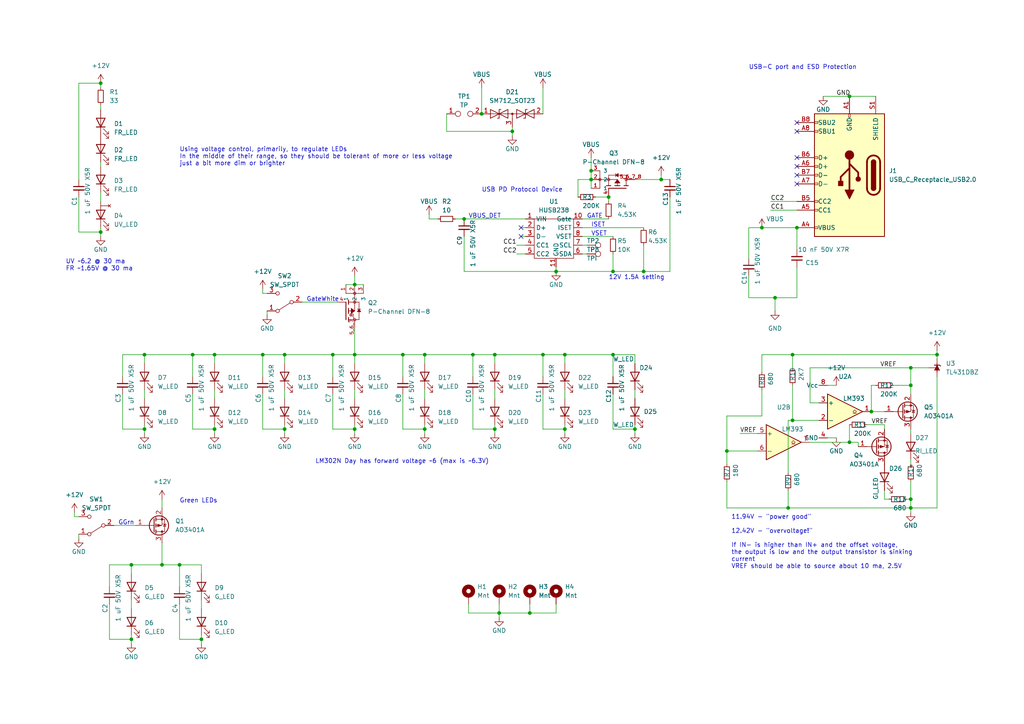
<source format=kicad_sch>
(kicad_sch (version 20230121) (generator eeschema)
  (paper "A4")
  (junction (at 224.79 86.36))
  (junction (at 102.87 102.87))
  (junction (at 96.52 102.87))
  (junction (at 143.51 102.87))
  (junction (at 210.82 130.81))
  (junction (at 153.67 177.8))
  (junction (at 163.83 102.87))
  (junction (at 62.23 124.46))
  (junction (at 186.69 78.74))
  (junction (at 82.55 102.87))
  (junction (at 76.2 102.87))
  (junction (at 123.19 102.87))
  (junction (at 46.99 163.83))
  (junction (at 62.23 102.87))
  (junction (at 137.16 102.87))
  (junction (at 220.98 66.04))
  (junction (at 157.48 102.87))
  (junction (at 52.07 163.83))
  (junction (at 252.73 119.38))
  (junction (at 102.87 82.55))
  (junction (at 134.62 63.5))
  (junction (at 176.53 57.15))
  (junction (at 228.6 147.32))
  (junction (at 191.77 52.07))
  (junction (at 264.16 106.68))
  (junction (at 264.16 111.76))
  (junction (at 82.55 124.46))
  (junction (at 58.42 185.42))
  (junction (at 229.87 121.92))
  (junction (at 29.21 24.13))
  (junction (at 163.83 124.46))
  (junction (at 116.84 102.87))
  (junction (at 38.1 163.83))
  (junction (at 148.59 38.1))
  (junction (at 123.19 124.46))
  (junction (at 55.88 102.87))
  (junction (at 229.87 102.87))
  (junction (at 102.87 124.46))
  (junction (at 161.29 78.74))
  (junction (at 171.45 49.53))
  (junction (at 144.78 177.8))
  (junction (at 177.8 78.74))
  (junction (at 41.91 102.87))
  (junction (at 231.14 66.04))
  (junction (at 264.16 147.32))
  (junction (at 41.91 124.46))
  (junction (at 143.51 124.46))
  (junction (at 139.7 33.02))
  (junction (at 264.16 144.78))
  (junction (at 246.38 27.94))
  (junction (at 29.21 67.31))
  (junction (at 38.1 185.42))
  (junction (at 184.15 124.46))
  (junction (at 177.8 102.87))
  (junction (at 271.78 102.87))
  (junction (at 246.38 128.27))
  (junction (at 171.45 52.07))
  (no_connect (at 151.13 68.58))
  (no_connect (at 231.14 45.72))
  (no_connect (at 151.13 66.04))
  (no_connect (at 231.14 53.34))
  (no_connect (at 231.14 35.56))
  (no_connect (at 231.14 50.8))
  (no_connect (at 231.14 38.1))
  (no_connect (at 231.14 48.26))
  (wire (pts (xy 124.46 62.23) (xy 124.46 63.5)))
  (wire (pts (xy 172.72 57.15) (xy 176.53 57.15)))
  (wire (pts (xy 135.89 175.26) (xy 135.89 177.8)))
  (wire (pts (xy 264.16 106.68) (xy 264.16 111.76)))
  (wire (pts (xy 228.6 137.16) (xy 228.6 121.92)))
  (wire (pts (xy 231.14 77.47) (xy 231.14 86.36)))
  (wire (pts (xy 229.87 111.76) (xy 229.87 121.92)))
  (wire (pts (xy 123.19 124.46) (xy 123.19 125.73)))
  (wire (pts (xy 210.82 147.32) (xy 228.6 147.32)))
  (wire (pts (xy 157.48 114.3) (xy 157.48 124.46)))
  (wire (pts (xy 220.98 66.04) (xy 231.14 66.04)))
  (wire (pts (xy 238.76 27.94) (xy 246.38 27.94)))
  (wire (pts (xy 143.51 113.03) (xy 143.51 115.57)))
  (wire (pts (xy 132.08 63.5) (xy 134.62 63.5)))
  (wire (pts (xy 264.16 144.78) (xy 264.16 147.32)))
  (wire (pts (xy 55.88 102.87) (xy 62.23 102.87)))
  (wire (pts (xy 231.14 66.04) (xy 231.14 72.39)))
  (wire (pts (xy 177.8 102.87) (xy 184.15 102.87)))
  (wire (pts (xy 116.84 102.87) (xy 123.19 102.87)))
  (wire (pts (xy 35.56 124.46) (xy 41.91 124.46)))
  (wire (pts (xy 176.53 57.15) (xy 176.53 58.42)))
  (wire (pts (xy 153.67 177.8) (xy 161.29 177.8)))
  (wire (pts (xy 163.83 113.03) (xy 163.83 115.57)))
  (wire (pts (xy 217.17 66.04) (xy 220.98 66.04)))
  (wire (pts (xy 177.8 124.46) (xy 184.15 124.46)))
  (wire (pts (xy 82.55 102.87) (xy 82.55 105.41)))
  (wire (pts (xy 29.21 66.04) (xy 29.21 67.31)))
  (wire (pts (xy 256.54 142.24) (xy 256.54 144.78)))
  (wire (pts (xy 46.99 144.78) (xy 46.99 147.32)))
  (wire (pts (xy 102.87 113.03) (xy 102.87 115.57)))
  (wire (pts (xy 264.16 111.76) (xy 264.16 114.3)))
  (wire (pts (xy 161.29 175.26) (xy 161.29 177.8)))
  (wire (pts (xy 55.88 124.46) (xy 62.23 124.46)))
  (wire (pts (xy 41.91 102.87) (xy 41.91 105.41)))
  (wire (pts (xy 21.59 148.59) (xy 21.59 149.86)))
  (wire (pts (xy 46.99 163.83) (xy 52.07 163.83)))
  (wire (pts (xy 144.78 175.26) (xy 144.78 177.8)))
  (wire (pts (xy 29.21 46.99) (xy 29.21 48.26)))
  (wire (pts (xy 177.8 109.22) (xy 177.8 102.87)))
  (wire (pts (xy 22.86 24.13) (xy 29.21 24.13)))
  (wire (pts (xy 137.16 109.22) (xy 137.16 102.87)))
  (wire (pts (xy 62.23 102.87) (xy 62.23 105.41)))
  (wire (pts (xy 38.1 173.99) (xy 38.1 176.53)))
  (wire (pts (xy 62.23 123.19) (xy 62.23 124.46)))
  (wire (pts (xy 153.67 175.26) (xy 153.67 177.8)))
  (wire (pts (xy 191.77 52.07) (xy 194.31 52.07)))
  (wire (pts (xy 210.82 120.65) (xy 210.82 130.81)))
  (wire (pts (xy 123.19 113.03) (xy 123.19 115.57)))
  (wire (pts (xy 167.64 52.07) (xy 171.45 52.07)))
  (wire (pts (xy 123.19 123.19) (xy 123.19 124.46)))
  (wire (pts (xy 229.87 102.87) (xy 271.78 102.87)))
  (wire (pts (xy 41.91 102.87) (xy 55.88 102.87)))
  (wire (pts (xy 151.13 68.58) (xy 152.4 68.58)))
  (wire (pts (xy 123.19 102.87) (xy 137.16 102.87)))
  (wire (pts (xy 157.48 124.46) (xy 163.83 124.46)))
  (wire (pts (xy 116.84 114.3) (xy 116.84 124.46)))
  (wire (pts (xy 96.52 124.46) (xy 102.87 124.46)))
  (wire (pts (xy 240.03 127) (xy 242.57 127)))
  (wire (pts (xy 62.23 124.46) (xy 62.23 125.73)))
  (wire (pts (xy 168.91 68.58) (xy 177.8 68.58)))
  (wire (pts (xy 229.87 106.68) (xy 229.87 102.87)))
  (wire (pts (xy 210.82 130.81) (xy 210.82 134.62)))
  (wire (pts (xy 31.75 175.26) (xy 31.75 185.42)))
  (wire (pts (xy 184.15 102.87) (xy 184.15 105.41)))
  (wire (pts (xy 100.33 82.55) (xy 102.87 82.55)))
  (wire (pts (xy 220.98 107.95) (xy 220.98 102.87)))
  (wire (pts (xy 31.75 170.18) (xy 31.75 163.83)))
  (wire (pts (xy 251.46 123.19) (xy 256.54 123.19)))
  (wire (pts (xy 262.89 144.78) (xy 264.16 144.78)))
  (wire (pts (xy 77.47 90.17) (xy 77.47 91.44)))
  (wire (pts (xy 234.95 128.27) (xy 246.38 128.27)))
  (wire (pts (xy 223.52 58.42) (xy 231.14 58.42)))
  (wire (pts (xy 228.6 121.92) (xy 229.87 121.92)))
  (wire (pts (xy 240.03 111.76) (xy 242.57 111.76)))
  (wire (pts (xy 124.46 63.5) (xy 127 63.5)))
  (wire (pts (xy 184.15 113.03) (xy 184.15 115.57)))
  (wire (pts (xy 139.7 25.4) (xy 139.7 33.02)))
  (wire (pts (xy 76.2 83.82) (xy 76.2 85.09)))
  (wire (pts (xy 220.98 120.65) (xy 210.82 120.65)))
  (wire (pts (xy 264.16 147.32) (xy 264.16 148.59)))
  (wire (pts (xy 223.52 60.96) (xy 231.14 60.96)))
  (wire (pts (xy 52.07 175.26) (xy 52.07 185.42)))
  (wire (pts (xy 194.31 57.15) (xy 194.31 78.74)))
  (wire (pts (xy 234.95 106.68) (xy 264.16 106.68)))
  (wire (pts (xy 29.21 24.13) (xy 29.21 25.4)))
  (wire (pts (xy 31.75 185.42) (xy 38.1 185.42)))
  (wire (pts (xy 220.98 113.03) (xy 220.98 120.65)))
  (wire (pts (xy 149.86 71.12) (xy 152.4 71.12)))
  (wire (pts (xy 163.83 102.87) (xy 163.83 105.41)))
  (wire (pts (xy 177.8 73.66) (xy 177.8 78.74)))
  (wire (pts (xy 234.95 116.84) (xy 234.95 106.68)))
  (wire (pts (xy 271.78 101.6) (xy 271.78 102.87)))
  (wire (pts (xy 149.86 73.66) (xy 152.4 73.66)))
  (wire (pts (xy 35.56 109.22) (xy 35.56 102.87)))
  (wire (pts (xy 55.88 109.22) (xy 55.88 102.87)))
  (wire (pts (xy 137.16 124.46) (xy 143.51 124.46)))
  (wire (pts (xy 184.15 52.07) (xy 191.77 52.07)))
  (wire (pts (xy 129.54 33.02) (xy 129.54 38.1)))
  (wire (pts (xy 38.1 184.15) (xy 38.1 185.42)))
  (wire (pts (xy 52.07 185.42) (xy 58.42 185.42)))
  (wire (pts (xy 96.52 114.3) (xy 96.52 124.46)))
  (wire (pts (xy 220.98 102.87) (xy 229.87 102.87)))
  (wire (pts (xy 46.99 157.48) (xy 46.99 163.83)))
  (wire (pts (xy 171.45 49.53) (xy 171.45 52.07)))
  (wire (pts (xy 214.63 125.73) (xy 219.71 125.73)))
  (wire (pts (xy 228.6 147.32) (xy 264.16 147.32)))
  (wire (pts (xy 224.79 86.36) (xy 224.79 90.17)))
  (wire (pts (xy 259.08 111.76) (xy 264.16 111.76)))
  (wire (pts (xy 246.38 128.27) (xy 248.92 128.27)))
  (wire (pts (xy 194.31 78.74) (xy 186.69 78.74)))
  (wire (pts (xy 62.23 113.03) (xy 62.23 115.57)))
  (wire (pts (xy 38.1 163.83) (xy 38.1 166.37)))
  (wire (pts (xy 163.83 123.19) (xy 163.83 124.46)))
  (wire (pts (xy 102.87 95.25) (xy 102.87 102.87)))
  (wire (pts (xy 269.24 106.68) (xy 264.16 106.68)))
  (wire (pts (xy 82.55 123.19) (xy 82.55 124.46)))
  (wire (pts (xy 168.91 66.04) (xy 186.69 66.04)))
  (wire (pts (xy 22.86 57.15) (xy 22.86 67.31)))
  (wire (pts (xy 163.83 102.87) (xy 177.8 102.87)))
  (wire (pts (xy 157.48 109.22) (xy 157.48 102.87)))
  (wire (pts (xy 246.38 123.19) (xy 246.38 128.27)))
  (wire (pts (xy 161.29 77.47) (xy 161.29 78.74)))
  (wire (pts (xy 22.86 154.94) (xy 22.86 156.21)))
  (wire (pts (xy 76.2 109.22) (xy 76.2 102.87)))
  (wire (pts (xy 116.84 124.46) (xy 123.19 124.46)))
  (wire (pts (xy 29.21 67.31) (xy 29.21 68.58)))
  (wire (pts (xy 58.42 173.99) (xy 58.42 176.53)))
  (wire (pts (xy 228.6 142.24) (xy 228.6 147.32)))
  (wire (pts (xy 129.54 38.1) (xy 148.59 38.1)))
  (wire (pts (xy 168.91 63.5) (xy 176.53 63.5)))
  (wire (pts (xy 137.16 102.87) (xy 143.51 102.87)))
  (wire (pts (xy 264.16 133.35) (xy 264.16 134.62)))
  (wire (pts (xy 31.75 163.83) (xy 38.1 163.83)))
  (wire (pts (xy 143.51 124.46) (xy 143.51 125.73)))
  (wire (pts (xy 252.73 119.38) (xy 256.54 119.38)))
  (wire (pts (xy 210.82 139.7) (xy 210.82 147.32)))
  (wire (pts (xy 102.87 124.46) (xy 102.87 125.73)))
  (wire (pts (xy 171.45 45.72) (xy 171.45 49.53)))
  (wire (pts (xy 22.86 24.13) (xy 22.86 52.07)))
  (wire (pts (xy 96.52 109.22) (xy 96.52 102.87)))
  (wire (pts (xy 38.1 185.42) (xy 38.1 186.69)))
  (wire (pts (xy 148.59 36.83) (xy 148.59 38.1)))
  (wire (pts (xy 134.62 68.58) (xy 134.62 78.74)))
  (wire (pts (xy 254 111.76) (xy 252.73 111.76)))
  (wire (pts (xy 22.86 67.31) (xy 29.21 67.31)))
  (wire (pts (xy 87.63 87.63) (xy 97.79 87.63)))
  (wire (pts (xy 157.48 102.87) (xy 163.83 102.87)))
  (wire (pts (xy 134.62 63.5) (xy 152.4 63.5)))
  (wire (pts (xy 58.42 163.83) (xy 58.42 166.37)))
  (wire (pts (xy 177.8 78.74) (xy 186.69 78.74)))
  (wire (pts (xy 96.52 102.87) (xy 102.87 102.87)))
  (wire (pts (xy 41.91 113.03) (xy 41.91 115.57)))
  (wire (pts (xy 52.07 163.83) (xy 58.42 163.83)))
  (wire (pts (xy 76.2 114.3) (xy 76.2 124.46)))
  (wire (pts (xy 102.87 80.01) (xy 102.87 82.55)))
  (wire (pts (xy 52.07 170.18) (xy 52.07 163.83)))
  (wire (pts (xy 246.38 27.94) (xy 254 27.94)))
  (wire (pts (xy 271.78 147.32) (xy 264.16 147.32)))
  (wire (pts (xy 134.62 78.74) (xy 161.29 78.74)))
  (wire (pts (xy 82.55 124.46) (xy 82.55 125.73)))
  (wire (pts (xy 144.78 177.8) (xy 153.67 177.8)))
  (wire (pts (xy 58.42 184.15) (xy 58.42 185.42)))
  (wire (pts (xy 41.91 123.19) (xy 41.91 124.46)))
  (wire (pts (xy 102.87 102.87) (xy 116.84 102.87)))
  (wire (pts (xy 237.49 116.84) (xy 234.95 116.84)))
  (wire (pts (xy 102.87 123.19) (xy 102.87 124.46)))
  (wire (pts (xy 135.89 177.8) (xy 144.78 177.8)))
  (wire (pts (xy 21.59 149.86) (xy 22.86 149.86)))
  (wire (pts (xy 116.84 109.22) (xy 116.84 102.87)))
  (wire (pts (xy 76.2 102.87) (xy 82.55 102.87)))
  (wire (pts (xy 186.69 71.12) (xy 186.69 78.74)))
  (wire (pts (xy 217.17 86.36) (xy 224.79 86.36)))
  (wire (pts (xy 38.1 163.83) (xy 46.99 163.83)))
  (wire (pts (xy 29.21 55.88) (xy 29.21 58.42)))
  (wire (pts (xy 102.87 102.87) (xy 102.87 105.41)))
  (wire (pts (xy 184.15 123.19) (xy 184.15 124.46)))
  (wire (pts (xy 82.55 102.87) (xy 96.52 102.87)))
  (wire (pts (xy 163.83 124.46) (xy 163.83 125.73)))
  (wire (pts (xy 177.8 114.3) (xy 177.8 124.46)))
  (wire (pts (xy 229.87 121.92) (xy 237.49 121.92)))
  (wire (pts (xy 217.17 80.01) (xy 217.17 86.36)))
  (wire (pts (xy 76.2 85.09) (xy 77.47 85.09)))
  (wire (pts (xy 35.56 114.3) (xy 35.56 124.46)))
  (wire (pts (xy 123.19 102.87) (xy 123.19 105.41)))
  (wire (pts (xy 168.91 73.66) (xy 170.18 73.66)))
  (wire (pts (xy 184.15 124.46) (xy 184.15 125.73)))
  (wire (pts (xy 256.54 144.78) (xy 257.81 144.78)))
  (wire (pts (xy 171.45 52.07) (xy 171.45 54.61)))
  (wire (pts (xy 148.59 38.1) (xy 148.59 39.37)))
  (wire (pts (xy 151.13 66.04) (xy 152.4 66.04)))
  (wire (pts (xy 41.91 124.46) (xy 41.91 125.73)))
  (wire (pts (xy 82.55 113.03) (xy 82.55 115.57)))
  (wire (pts (xy 210.82 130.81) (xy 219.71 130.81)))
  (wire (pts (xy 271.78 109.22) (xy 271.78 147.32)))
  (wire (pts (xy 168.91 71.12) (xy 170.18 71.12)))
  (wire (pts (xy 76.2 124.46) (xy 82.55 124.46)))
  (wire (pts (xy 161.29 78.74) (xy 177.8 78.74)))
  (wire (pts (xy 167.64 57.15) (xy 167.64 52.07)))
  (wire (pts (xy 191.77 52.07) (xy 191.77 50.8)))
  (wire (pts (xy 143.51 123.19) (xy 143.51 124.46)))
  (wire (pts (xy 29.21 30.48) (xy 29.21 31.75)))
  (wire (pts (xy 144.78 177.8) (xy 144.78 179.07)))
  (wire (pts (xy 224.79 86.36) (xy 231.14 86.36)))
  (wire (pts (xy 264.16 124.46) (xy 264.16 125.73)))
  (wire (pts (xy 137.16 114.3) (xy 137.16 124.46)))
  (wire (pts (xy 271.78 102.87) (xy 271.78 104.14)))
  (wire (pts (xy 248.92 128.27) (xy 248.92 129.54)))
  (wire (pts (xy 35.56 102.87) (xy 41.91 102.87)))
  (wire (pts (xy 157.48 25.4) (xy 157.48 33.02)))
  (wire (pts (xy 256.54 123.19) (xy 256.54 124.46)))
  (wire (pts (xy 55.88 114.3) (xy 55.88 124.46)))
  (wire (pts (xy 143.51 102.87) (xy 143.51 105.41)))
  (wire (pts (xy 252.73 111.76) (xy 252.73 119.38)))
  (wire (pts (xy 217.17 74.93) (xy 217.17 66.04)))
  (wire (pts (xy 102.87 82.55) (xy 105.41 82.55)))
  (wire (pts (xy 33.02 152.4) (xy 39.37 152.4)))
  (wire (pts (xy 62.23 102.87) (xy 76.2 102.87)))
  (wire (pts (xy 58.42 185.42) (xy 58.42 186.69)))
  (wire (pts (xy 264.16 139.7) (xy 264.16 144.78)))
  (wire (pts (xy 143.51 102.87) (xy 157.48 102.87)))
  (text "GateWhite" (at 88.9 87.63 0) (effects (font (size 1.27 1.27)) (justify left bottom)))
  (text "UV ~6.2 @ 30 ma\nFR ~1.65V @ 30 ma" (at 19.05 78.74 0) (effects (font (size 1.27 1.27)) (justify left bottom)))
  (text "12V 1.5A setting" (at 176.53 81.28 0) (effects (font (size 1.27 1.27)) (justify left bottom)))
  (text "Using voltage control, primarily, to regulate LEDs\nIn the middle of their range, so they should be tolerant of more or less voltage\njust a bit more dim or brighter" (at 52.07 48.26 0) (effects (font (size 1.27 1.27)) (justify left bottom)))
  (text "11.94V - \"power good\"\n\n12.42V - \"overvoltage!\"\n\nIf IN- is higher than IN+ and the offset voltage,\nthe output is low and the output transistor is sinking\ncurrent\nVREF should be able to source about 10 ma, 2.5V" (at 212.09 165.1 0) (effects (font (size 1.27 1.27)) (justify left bottom)))
  (text "ISET" (at 171.45 66.04 0) (effects (font (size 1.27 1.27)) (justify left bottom)))
  (text "USB PD Protocol Device" (at 139.7 55.88 0) (effects (font (size 1.27 1.27)) (justify left bottom)))
  (text "Green LEDs" (at 52.07 146.05 0) (effects (font (size 1.27 1.27)) (justify left bottom)))
  (text "USB-C port and ESD Protection" (at 217.17 20.32 0) (effects (font (size 1.27 1.27)) (justify left bottom)))
  (text "GGrn" (at 34.29 152.4 0) (effects (font (size 1.27 1.27)) (justify left bottom)))
  (text "VBUS_DET" (at 135.89 63.5 0) (effects (font (size 1.27 1.27)) (justify left bottom)))
  (text "LM302N Day has forward voltage ~6 (max is ~6.3V)" (at 91.44 134.62 0) (effects (font (size 1.27 1.27)) (justify left bottom)))
  (text "VSET" (at 171.45 68.58 0) (effects (font (size 1.27 1.27)) (justify left bottom)))
  (text "GATE" (at 170.18 63.5 0) (effects (font (size 1.27 1.27)) (justify left bottom)))
  (label "VREF" (at 255.27 106.68 0))
  (label "CC2" (at 149.86 73.66 180))
  (label "CC1" (at 223.52 60.96 0))
  (label "VREF" (at 214.63 125.73 0))
  (label "CC2" (at 223.52 58.42 0))
  (label "CC1" (at 149.86 71.12 180))
  (label "GND" (at 242.57 27.94 0))
  (label "VREF" (at 252.73 123.19 0))
  (symbol (lib_id "power:GND") (at 102.87 125.73 0) (unit 1)
    (property "Reference" "#PWR014" (effects hide))
    (property "Value" "GND" (at 102.87 129.54 0))
  )
  (symbol (lib_id "power:GND") (at 22.86 156.21 0) (unit 1)
    (property "Reference" "#PWR02" (effects hide))
    (property "Value" "GND" (at 22.86 160.02 0))
  )
  (symbol (lib_id "Device:C_Small") (at 96.52 111.76 0) (unit 1)
    (property "Reference" "C7" (at 95.25 116.84 90) (effects (justify left)))
    (property "Value" "1 uF 50V X5R" (at 99.06 119.38 90) (effects (justify left)))
    (property "Footprint" "Capacitor_SMD:C_0603_1608Metric" (effects hide))
    (property "JCLPCB" "C15849" (effects hide))
    (property "Vendor" "C15849" (effects hide))
  )
  (symbol (lib_id "Reference_Voltage:TL431DBZ") (at 271.78 106.68 90) (unit 1)
    (property "Reference" "U3" (at 274.32 105.41 90) (effects (justify right)))
    (property "Value" "TL431DBZ" (at 274.32 107.95 90) (effects (justify right)))
    (property "Footprint" "Package_TO_SOT_SMD:SOT-23" (effects hide))
    (property "Datasheet" "http://www.ti.com/lit/ds/symlink/tl431.pdf" (effects hide))
    (property "JCLPCB" "C2988644" (effects hide))
    (property "Vendor" "C2988644" (effects hide))
    (property "Description" "check the package has the right anode/cathod/ref layout!" (effects hide))
  )
  (symbol (lib_id "power:+12V") (at 242.57 111.76 0) (unit 1)
    (property "Reference" "#PWR030" (effects hide))
    (property "Value" "+12V" (at 242.57 106.68 0))
  )
  (symbol (lib_id "Device:LED") (at 256.54 138.43 90) (unit 1)
    (property "Reference" "D26" (at 257.81 135.89 90) (effects (justify right)))
    (property "Value" "GI_LED" (at 254 138.43 0) (effects (justify right)))
    (property "Footprint" "LED_SMD:LED_0805_2012Metric_Pad1.15x1.40mm_HandSolder" (effects hide))
    (property "JCLPCB" "C2297" (effects hide))
    (property "Vendor" "C2297" (effects hide))
  )
  (symbol (lib_id "Device:R_Small") (at 29.21 27.94 0) (unit 1)
    (property "Reference" "R1" (at 31.75 26.67 0) (effects (justify left)))
    (property "Value" "33" (at 31.75 29.21 0) (effects (justify left)))
    (property "Footprint" "Resistor_SMD:R_0603_1608Metric_Pad0.98x0.95mm_HandSolder" (effects hide))
    (property "JCLPCB" "C23140" (effects hide))
    (property "Vendor" "C23140" (effects hide))
  )
  (symbol (lib_id "Device:C_Small") (at 31.75 172.72 0) (unit 1)
    (property "Reference" "C2" (at 30.48 177.8 90) (effects (justify left)))
    (property "Value" "1 uF 50V X5R" (at 34.29 180.34 90) (effects (justify left)))
    (property "Footprint" "Capacitor_SMD:C_0603_1608Metric" (effects hide))
    (property "JCLPCB" "C15849" (effects hide))
    (property "Vendor" "C15849" (effects hide))
  )
  (symbol (lib_id "Device:R_Small") (at 229.87 109.22 0) (unit 1)
    (property "Reference" "R10" (at 229.87 110.49 90) (effects (justify left)))
    (property "Value" "2K7" (at 232.41 110.49 90) (effects (justify left)))
    (property "Footprint" "Resistor_SMD:R_0603_1608Metric_Pad0.98x0.95mm_HandSolder" (effects hide))
    (property "JCLPCB" "C13167" (effects hide))
    (property "Vendor" "C13167" (effects hide))
    (property "Description" "+/- 1%" (effects hide))
  )
  (symbol (lib_name "LED_1") (lib_id "Device:LED") (at 29.21 62.23 90) (unit 1)
    (property "Reference" "D4" (at 33.02 62.5474 90) (effects (justify right)))
    (property "Value" "UV_LED" (at 33.02 65.0874 90) (effects (justify right)))
    (property "Footprint" "LED_SMD:LED_Cree-XHP35" (effects hide))
    (property "Description" "QLUV07EYGE" (effects hide))
  )
  (symbol (lib_id "Device:LED") (at 264.16 129.54 90) (unit 1)
    (property "Reference" "D27" (at 265.43 127 90) (effects (justify right)))
    (property "Value" "RI_LED" (at 265.43 130.81 90) (effects (justify right)))
    (property "Footprint" "LED_SMD:LED_0603_1608Metric_Pad1.05x0.95mm_HandSolder" (effects hide))
    (property "JCLPCB" "C2286" (effects hide))
    (property "Vendor" "C2286" (effects hide))
  )
  (symbol (lib_id "power:+12V") (at 46.99 144.78 0) (unit 1)
    (property "Reference" "#PWR07" (effects hide))
    (property "Value" "+12V" (at 46.99 139.7 0))
  )
  (symbol (lib_id "power:GND") (at 184.15 125.73 0) (unit 1)
    (property "Reference" "#PWR025" (effects hide))
    (property "Value" "GND" (at 184.15 129.54 0))
  )
  (symbol (lib_id "power:+12V") (at 76.2 83.82 0) (unit 1)
    (property "Reference" "#PWR010" (effects hide))
    (property "Value" "+12V" (at 76.2 78.74 0))
  )
  (symbol (lib_id "power:GND") (at 238.76 27.94 0) (unit 1)
    (property "Reference" "#PWR029" (effects hide))
    (property "Value" "GND" (at 238.76 31.75 0))
  )
  (symbol (lib_id "Device:R_Small") (at 256.54 111.76 270) (unit 1)
    (property "Reference" "R12" (at 255.27 111.76 90) (effects (justify left)))
    (property "Value" "200K" (at 255.27 114.3 90) (effects (justify left)))
    (property "Footprint" "Resistor_SMD:R_0402_1005Metric_Pad0.72x0.64mm_HandSolder" (effects hide))
    (property "JCLPCB" "C25764" (effects hide))
    (property "Vendor" "C25764" (effects hide))
  )
  (symbol (lib_id "Switch:SW_SPDT") (at 82.55 87.63 180) (unit 1)
    (property "Reference" "SW2" (at 82.55 80.01 0))
    (property "Value" "SW_SPDT" (at 82.55 82.55 0))
    (property "Footprint" "Button_Switch_SMD:SW_SPDT_PCM12" (effects hide))
    (property "Vendor" "C128955" (effects hide))
    (property "JCLPCB" "C128955" (effects hide))
  )
  (symbol (lib_id "Device:C_Small") (at 177.8 111.76 0) (unit 1)
    (property "Reference" "C12" (at 176.53 116.84 90) (effects (justify left)))
    (property "Value" "1 uF 50V X5R" (at 180.34 119.38 90) (effects (justify left)))
    (property "Footprint" "Capacitor_SMD:C_0603_1608Metric" (effects hide))
    (property "JCLPCB" "C15849" (effects hide))
    (property "Vendor" "C15849" (effects hide))
  )
  (symbol (lib_id "Device:C_Small") (at 76.2 111.76 0) (unit 1)
    (property "Reference" "C6" (at 74.93 116.84 90) (effects (justify left)))
    (property "Value" "1 uF 50V X5R" (at 78.74 119.38 90) (effects (justify left)))
    (property "Footprint" "Capacitor_SMD:C_0603_1608Metric" (effects hide))
    (property "JCLPCB" "C15849" (effects hide))
    (property "Vendor" "C15849" (effects hide))
  )
  (symbol (lib_id "power:GND") (at 123.19 125.73 0) (unit 1)
    (property "Reference" "#PWR015" (effects hide))
    (property "Value" "GND" (at 123.19 129.54 0))
  )
  (symbol (lib_name "LM393_1") (lib_id "Comparator:LM393") (at 245.11 119.38 0) (unit 1)
    (property "Reference" "U2" (at 245.11 109.22 0))
    (property "Value" "LM393" (at 247.65 115.57 0))
    (property "Footprint" "Package_SO:SOIC-8_3.9x4.9mm_P1.27mm" (effects hide))
    (property "Datasheet" "http://www.ti.com/lit/ds/symlink/lm393.pdf" (effects hide))
    (property "JCLPCB" "C7955" (effects hide))
    (property "Vendor" "C7955" (effects hide))
  )
  (symbol (lib_id "power:+12V") (at 29.21 24.13 0) (unit 1)
    (property "Reference" "#PWR03" (effects hide))
    (property "Value" "+12V" (at 29.21 19.05 0))
  )
  (symbol (lib_id "power:GND") (at 264.16 148.59 0) (unit 1)
    (property "Reference" "#PWR032" (effects hide))
    (property "Value" "GND" (at 264.16 152.4 0))
  )
  (symbol (lib_id "Device:C_Small") (at 134.62 66.04 0) (unit 1)
    (property "Reference" "C9" (at 133.35 71.12 90) (effects (justify left)))
    (property "Value" "1 uF 50V X5R" (at 137.16 77.47 90) (effects (justify left)))
    (property "Footprint" "Capacitor_SMD:C_0603_1608Metric" (effects hide))
    (property "JCLPCB" "C15849" (effects hide))
    (property "Vendor" "C15849" (effects hide))
  )
  (symbol (lib_id "power:VBUS") (at 220.98 66.04 0) (unit 1)
    (property "Reference" "#PWR027" (effects hide))
    (property "Value" "VBUS" (at 224.79 63.5 0))
  )
  (symbol (lib_id "Connector:USB_C_Receptacle_USB2.0") (at 246.38 50.8 180) (unit 1)
    (property "Reference" "J1" (at 257.81 49.5299 0) (effects (justify right)))
    (property "Value" "USB_C_Receptacle_USB2.0" (at 257.81 52.0699 0) (effects (justify right)))
    (property "Footprint" "Connector_USB:USB_C_Receptacle_HRO_TYPE-C-31-M-12" (effects hide))
    (property "Datasheet" "https://www.usb.org/sites/default/files/documents/usb_type-c.zip" (effects hide))
    (property "JCLPCB" "C165948" (effects hide))
    (property "Vendor" "C165948" (effects hide))
    (property "Description" "16 pin (4 pins doubled as VBUS/GND)" (effects hide))
  )
  (symbol (lib_id "power:GND") (at 62.23 125.73 0) (unit 1)
    (property "Reference" "#PWR09" (effects hide))
    (property "Value" "GND" (at 62.23 129.54 0))
  )
  (symbol (lib_id "Transistor_FET:AO3401A") (at 254 129.54 0) (mirror x) (unit 1)
    (property "Reference" "Q4" (at 247.65 132.08 0) (effects (justify left)))
    (property "Value" "AO3401A" (at 246.38 134.62 0) (effects (justify left)))
    (property "Footprint" "Package_TO_SOT_SMD:SOT-23" (effects hide))
    (property "Datasheet" "http://www.aosmd.com/pdfs/datasheet/AO3401A.pdf" (effects hide))
    (property "JCLPCB" "C15127" (effects hide))
    (property "Vendor" "C15127" (effects hide))
  )
  (symbol (lib_id "power:GND") (at 161.29 78.74 0) (unit 1)
    (property "Reference" "#PWR022" (effects hide))
    (property "Value" "GND" (at 161.29 82.55 0))
  )
  (symbol (lib_id "Mechanical:MountingHole_Pad") (at 161.29 172.72 0) (unit 1)
    (property "Reference" "H4" (at 163.83 170.18 0) (effects (justify left)))
    (property "Value" "Mnt" (at 163.83 172.72 0) (effects (justify left)))
    (property "Footprint" "MountingHole:MountingHole_2.2mm_M2_DIN965_Pad" (effects hide))
  )
  (symbol (lib_id "Device:LED") (at 163.83 119.38 90) (unit 1)
    (property "Reference" "D23" (at 167.64 119.6974 90) (effects (justify right)))
    (property "Value" "W_LED" (at 167.64 122.2374 90) (effects (justify right)))
    (property "Footprint" "PowerIC:LED_SMD3030" (effects hide))
  )
  (symbol (lib_id "Device:LED") (at 41.91 119.38 90) (unit 1)
    (property "Reference" "D8" (at 45.72 119.6974 90) (effects (justify right)))
    (property "Value" "W_LED" (at 45.72 122.2374 90) (effects (justify right)))
    (property "Footprint" "PowerIC:LED_SMD3030" (effects hide))
  )
  (symbol (lib_id "Device:LED") (at 123.19 109.22 90) (unit 1)
    (property "Reference" "D17" (at 127 109.5374 90) (effects (justify right)))
    (property "Value" "W_LED" (at 127 112.0774 90) (effects (justify right)))
    (property "Footprint" "PowerIC:LED_SMD3030" (effects hide))
  )
  (symbol (lib_id "Device:R_Small") (at 129.54 63.5 90) (unit 1)
    (property "Reference" "R2" (at 129.54 58.42 90))
    (property "Value" "10" (at 129.54 60.96 90))
    (property "Footprint" "Resistor_SMD:R_0805_2012Metric_Pad1.20x1.40mm_HandSolder" (effects hide))
    (property "JCLPCB" "C17415" (effects hide))
    (property "Vendor" "C17415" (effects hide))
  )
  (symbol (lib_id "Device:LED") (at 29.21 35.56 90) (unit 1)
    (property "Reference" "D1" (at 33.02 35.8774 90) (effects (justify right)))
    (property "Value" "FR_LED" (at 33.02 38.4174 90) (effects (justify right)))
    (property "Footprint" "LED_SMD:LED_PLCC_2835_Handsoldering" (effects hide))
  )
  (symbol (lib_id "Transistor_FET:AO3401A") (at 261.62 119.38 0) (mirror x) (unit 1)
    (property "Reference" "Q5" (at 267.97 118.11 0) (effects (justify left)))
    (property "Value" "AO3401A" (at 267.97 120.65 0) (effects (justify left)))
    (property "Footprint" "Package_TO_SOT_SMD:SOT-23" (effects hide))
    (property "Datasheet" "http://www.aosmd.com/pdfs/datasheet/AO3401A.pdf" (effects hide))
    (property "JCLPCB" "C15127" (effects hide))
    (property "Vendor" "C15127" (effects hide))
  )
  (symbol (lib_id "Transistor_FET:AO3401A") (at 44.45 152.4 0) (mirror x) (unit 1)
    (property "Reference" "Q1" (at 50.8 151.13 0) (effects (justify left)))
    (property "Value" "AO3401A" (at 50.8 153.67 0) (effects (justify left)))
    (property "Footprint" "Package_TO_SOT_SMD:SOT-23" (effects hide))
    (property "Datasheet" "http://www.aosmd.com/pdfs/datasheet/AO3401A.pdf" (effects hide))
    (property "JCLPCB" "C15127" (effects hide))
    (property "Vendor" "C15127" (effects hide))
  )
  (symbol (lib_id "power:GND") (at 163.83 125.73 0) (unit 1)
    (property "Reference" "#PWR023" (effects hide))
    (property "Value" "GND" (at 163.83 129.54 0))
  )
  (symbol (lib_id "Device:R_Small") (at 177.8 71.12 0) (unit 1)
    (property "Reference" "R5" (at 179.07 69.85 0) (effects (justify left)))
    (property "Value" "10K" (at 179.07 72.39 0) (effects (justify left)))
    (property "Footprint" "Resistor_SMD:R_0603_1608Metric_Pad0.98x0.95mm_HandSolder" (effects hide))
    (property "JCLPCB" "C25804" (effects hide))
    (property "Vendor" "C25804" (effects hide))
  )
  (symbol (lib_id "AONR21307:AONR21307") (at 179.07 54.61 90) (unit 1)
    (property "Reference" "Q3" (at 178.0014 44.45 90))
    (property "Value" "P-Channel DFN-8" (at 178.0014 46.99 90))
    (property "Footprint" "PowerIC:TRANS_AONR21307" (effects hide))
    (property "Description" "\nP-Channel 30 V 24A (Tc) 5W (Ta), 28W (Tc) Surface Mount 8-DFN-EP (3x3)\n" (effects hide))
    (property "JCLPCB" "C541711" (effects hide))
    (property "Vendor" "C541711" (effects hide))
  )
  (symbol (lib_id "Device:C_Small") (at 116.84 111.76 0) (unit 1)
    (property "Reference" "C8" (at 115.57 116.84 90) (effects (justify left)))
    (property "Value" "1 uF 50V X5R" (at 119.38 119.38 90) (effects (justify left)))
    (property "Footprint" "Capacitor_SMD:C_0603_1608Metric" (effects hide))
    (property "JCLPCB" "C15849" (effects hide))
    (property "Vendor" "C15849" (effects hide))
  )
  (symbol (lib_id "Mechanical:MountingHole_Pad") (at 153.67 172.72 0) (unit 1)
    (property "Reference" "H3" (at 156.21 170.18 0) (effects (justify left)))
    (property "Value" "Mnt" (at 156.21 172.72 0) (effects (justify left)))
    (property "Footprint" "MountingHole:MountingHole_2.2mm_M2_DIN965_Pad" (effects hide))
  )
  (symbol (lib_id "Device:LED") (at 62.23 109.22 90) (unit 1)
    (property "Reference" "D11" (at 66.04 109.5374 90) (effects (justify right)))
    (property "Value" "W_LED" (at 66.04 112.0774 90) (effects (justify right)))
    (property "Footprint" "PowerIC:LED_SMD3030" (effects hide))
  )
  (symbol (lib_id "power:GND") (at 143.51 125.73 0) (unit 1)
    (property "Reference" "#PWR018" (effects hide))
    (property "Value" "GND" (at 143.51 129.54 0))
  )
  (symbol (lib_id "power:GND") (at 38.1 186.69 0) (unit 1)
    (property "Reference" "#PWR05" (effects hide))
    (property "Value" "GND" (at 38.1 190.5 0))
  )
  (symbol (lib_id "Device:R_Small") (at 186.69 68.58 0) (unit 1)
    (property "Reference" "R6" (at 187.96 67.31 0) (effects (justify left)))
    (property "Value" "4.53K" (at 187.96 69.85 0) (effects (justify left)))
    (property "Footprint" "Resistor_SMD:R_0603_1608Metric_Pad0.98x0.95mm_HandSolder" (effects hide))
    (property "JCLPCB" "C321916" (effects hide))
    (property "Vendor" "C321916" (effects hide))
  )
  (symbol (lib_id "Device:LED") (at 82.55 119.38 90) (unit 1)
    (property "Reference" "D14" (at 86.36 119.6974 90) (effects (justify right)))
    (property "Value" "W_LED" (at 86.36 122.2374 90) (effects (justify right)))
    (property "Footprint" "PowerIC:LED_SMD3030" (effects hide))
  )
  (symbol (lib_id "Comparator:LM393") (at 227.33 128.27 0) (unit 2)
    (property "Reference" "U2" (at 227.33 118.11 0))
    (property "Value" "LM393" (at 229.87 124.46 0))
    (property "Footprint" "Package_SO:SOIC-8_3.9x4.9mm_P1.27mm" (effects hide))
    (property "Datasheet" "http://www.ti.com/lit/ds/symlink/lm393.pdf" (effects hide))
    (property "JCLPCB" "C7955" (effects hide))
    (property "Vendor" "C7955" (effects hide))
  )
  (symbol (lib_id "Device:C_Small") (at 35.56 111.76 0) (unit 1)
    (property "Reference" "C3" (at 34.29 116.84 90) (effects (justify left)))
    (property "Value" "1 uF 50V X5R" (at 38.1 119.38 90) (effects (justify left)))
    (property "Footprint" "Capacitor_SMD:C_0603_1608Metric" (effects hide))
    (property "JCLPCB" "C15849" (effects hide))
    (property "Vendor" "C15849" (effects hide))
  )
  (symbol (lib_id "Device:C_Small") (at 22.86 54.61 0) (unit 1)
    (property "Reference" "C1" (at 21.59 59.69 90) (effects (justify left)))
    (property "Value" "1 uF 50V X5R" (at 25.4 62.23 90) (effects (justify left)))
    (property "Footprint" "Capacitor_SMD:C_0603_1608Metric" (effects hide))
    (property "JCLPCB" "C15849" (effects hide))
    (property "Vendor" "C15849" (effects hide))
  )
  (symbol (lib_id "Device:R_Small") (at 220.98 110.49 0) (unit 1)
    (property "Reference" "R8" (at 220.98 111.76 90) (effects (justify left)))
    (property "Value" "680" (at 223.52 111.76 90) (effects (justify left)))
    (property "Footprint" "Resistor_SMD:R_0805_2012Metric_Pad1.20x1.40mm_HandSolder" (effects hide))
    (property "JCLPCB" "C17798" (effects hide))
    (property "Vendor" "C17798" (effects hide))
    (property "Description" "+/- 1%" (effects hide))
  )
  (symbol (lib_id "Connector:TestPoint_2Pole") (at 134.62 33.02 0) (unit 1)
    (property "Reference" "TP1" (at 134.62 27.94 0))
    (property "Value" "TP" (at 134.62 30.48 0))
    (property "Footprint" "TestPoint:TestPoint_2Pads_Pitch2.54mm_Drill0.8mm" (effects hide))
  )
  (symbol (lib_id "Device:LED") (at 184.15 109.22 90) (unit 1)
    (property "Reference" "D24" (at 185.42 106.68 90) (effects (justify right)))
    (property "Value" "W_LED" (at 177.8 104.14 90) (effects (justify right)))
    (property "Footprint" "PowerIC:LED_SMD3030" (effects hide))
  )
  (symbol (lib_id "power:+12V") (at 21.59 148.59 0) (unit 1)
    (property "Reference" "#PWR01" (effects hide))
    (property "Value" "+12V" (at 21.59 143.51 0))
  )
  (symbol (lib_id "power:GND") (at 41.91 125.73 0) (unit 1)
    (property "Reference" "#PWR06" (effects hide))
    (property "Value" "GND" (at 41.91 129.54 0))
  )
  (symbol (lib_id "power:+12V") (at 102.87 80.01 0) (unit 1)
    (property "Reference" "#PWR013" (effects hide))
    (property "Value" "+12V" (at 102.87 74.93 0))
  )
  (symbol (lib_id "Switch:SW_SPDT") (at 27.94 152.4 180) (unit 1)
    (property "Reference" "SW1" (at 27.94 144.78 0))
    (property "Value" "SW_SPDT" (at 27.94 147.32 0))
    (property "Footprint" "Button_Switch_SMD:SW_SPDT_PCM12" (effects hide))
    (property "Vendor" "C128955" (effects hide))
    (property "JCLPCB" "C128955" (effects hide))
  )
  (symbol (lib_id "Device:LED") (at 29.21 52.07 90) (unit 1)
    (property "Reference" "D3" (at 33.02 52.3874 90) (effects (justify right)))
    (property "Value" "FR_LED" (at 33.02 54.9274 90) (effects (justify right)))
    (property "Footprint" "LED_SMD:LED_PLCC_2835_Handsoldering" (effects hide))
  )
  (symbol (lib_id "power:VBUS") (at 171.45 45.72 0) (unit 1)
    (property "Reference" "#PWR024" (effects hide))
    (property "Value" "VBUS" (at 171.45 41.91 0))
  )
  (symbol (lib_id "Device:LED") (at 102.87 109.22 90) (unit 1)
    (property "Reference" "D15" (at 106.68 109.5374 90) (effects (justify right)))
    (property "Value" "W_LED" (at 106.68 112.0774 90) (effects (justify right)))
    (property "Footprint" "PowerIC:LED_SMD3030" (effects hide))
  )
  (symbol (lib_id "Device:LED") (at 163.83 109.22 90) (unit 1)
    (property "Reference" "D22" (at 167.64 109.5374 90) (effects (justify right)))
    (property "Value" "W_LED" (at 167.64 112.0774 90) (effects (justify right)))
    (property "Footprint" "PowerIC:LED_SMD3030" (effects hide))
  )
  (symbol (lib_id "Mechanical:MountingHole_Pad") (at 135.89 172.72 0) (unit 1)
    (property "Reference" "H1" (at 138.43 170.18 0) (effects (justify left)))
    (property "Value" "Mnt" (at 138.43 172.72 0) (effects (justify left)))
    (property "Footprint" "MountingHole:MountingHole_2.2mm_M2_DIN965_Pad" (effects hide))
  )
  (symbol (lib_id "power:GND") (at 144.78 179.07 0) (unit 1)
    (property "Reference" "#PWR019" (effects hide))
    (property "Value" "GND" (at 144.78 182.88 0))
  )
  (symbol (lib_id "power:GND") (at 224.79 90.17 0) (unit 1)
    (property "Reference" "#PWR028" (effects hide))
    (property "Value" "GND" (at 224.79 95.25 0))
  )
  (symbol (lib_id "Device:C_Small") (at 52.07 172.72 0) (unit 1)
    (property "Reference" "C4" (at 50.8 177.8 90) (effects (justify left)))
    (property "Value" "1 uF 50V X5R" (at 54.61 180.34 90) (effects (justify left)))
    (property "Footprint" "Capacitor_SMD:C_0603_1608Metric" (effects hide))
    (property "JCLPCB" "C15849" (effects hide))
    (property "Vendor" "C15849" (effects hide))
  )
  (symbol (lib_id "Diode:SM712_SOT23") (at 148.59 33.02 0) (unit 1)
    (property "Reference" "D21" (at 148.59 26.67 0))
    (property "Value" "SM712_SOT23" (at 148.59 29.21 0))
    (property "Footprint" "Package_TO_SOT_SMD:SOT-23" (effects hide))
    (property "Datasheet" "https://www.littelfuse.com/~/media/electronics/datasheets/tvs_diode_arrays/littelfuse_tvs_diode_array_sm712_datasheet.pdf.pdf" (effects hide))
    (property "JCLPCB" "C32677" (effects hide))
    (property "Vendor" "C32677" (effects hide))
  )
  (symbol (lib_id "Device:R_Small") (at 264.16 137.16 0) (unit 1)
    (property "Reference" "R14" (at 264.16 138.43 90) (effects (justify left)))
    (property "Value" "680" (at 266.7 138.43 90) (effects (justify left)))
    (property "Footprint" "Resistor_SMD:R_0805_2012Metric_Pad1.20x1.40mm_HandSolder" (effects hide))
    (property "JCLPCB" "C17798" (effects hide))
    (property "Vendor" "C17798" (effects hide))
    (property "Description" "+/- 1%" (effects hide))
  )
  (symbol (lib_id "Device:LED") (at 82.55 109.22 90) (unit 1)
    (property "Reference" "D13" (at 86.36 109.5374 90) (effects (justify right)))
    (property "Value" "W_LED" (at 86.36 112.0774 90) (effects (justify right)))
    (property "Footprint" "PowerIC:LED_SMD3030" (effects hide))
  )
  (symbol (lib_id "Device:LED") (at 38.1 170.18 90) (unit 1)
    (property "Reference" "D5" (at 41.91 170.4974 90) (effects (justify right)))
    (property "Value" "G_LED" (at 41.91 173.0374 90) (effects (justify right)))
    (property "Footprint" "PowerIC:LED_SMD3030" (effects hide))
  )
  (symbol (lib_id "Device:C_Small") (at 137.16 111.76 0) (unit 1)
    (property "Reference" "C10" (at 135.89 116.84 90) (effects (justify left)))
    (property "Value" "1 uF 50V X5R" (at 139.7 119.38 90) (effects (justify left)))
    (property "Footprint" "Capacitor_SMD:C_0603_1608Metric" (effects hide))
    (property "JCLPCB" "C15849" (effects hide))
    (property "Vendor" "C15849" (effects hide))
  )
  (symbol (lib_id "power:+12V") (at 191.77 50.8 0) (unit 1)
    (property "Reference" "#PWR026" (effects hide))
    (property "Value" "+12V" (at 191.77 45.72 0))
  )
  (symbol (lib_id "Device:R_Small") (at 248.92 123.19 270) (unit 1)
    (property "Reference" "R11" (at 247.65 123.19 90) (effects (justify left)))
    (property "Value" "200K" (at 247.65 125.73 90) (effects (justify left)))
    (property "Footprint" "Resistor_SMD:R_0402_1005Metric_Pad0.72x0.64mm_HandSolder" (effects hide))
    (property "JCLPCB" "C25764" (effects hide))
    (property "Vendor" "C25764" (effects hide))
  )
  (symbol (lib_id "Device:LED") (at 29.21 43.18 90) (unit 1)
    (property "Reference" "D2" (at 33.02 43.4974 90) (effects (justify right)))
    (property "Value" "FR_LED" (at 33.02 46.0374 90) (effects (justify right)))
    (property "Footprint" "LED_SMD:LED_PLCC_2835_Handsoldering" (effects hide))
  )
  (symbol (lib_id "AONR21307:AONR21307") (at 100.33 90.17 0) (unit 1)
    (property "Reference" "Q2" (at 106.68 87.8314 0) (effects (justify left)))
    (property "Value" "P-Channel DFN-8" (at 106.68 90.3714 0) (effects (justify left)))
    (property "Footprint" "PowerIC:TRANS_AONR21307" (effects hide))
    (property "Description" "\nP-Channel 30 V 24A (Tc) 5W (Ta), 28W (Tc) Surface Mount 8-DFN-EP (3x3)\n" (effects hide))
    (property "JCLPCB" "C541711" (effects hide))
    (property "Vendor" "C541711" (effects hide))
  )
  (symbol (lib_id "Device:R_Small") (at 176.53 60.96 0) (unit 1)
    (property "Reference" "R4" (at 179.07 59.69 0) (effects (justify left)))
    (property "Value" "4.53K" (at 179.07 62.23 0) (effects (justify left)))
    (property "Footprint" "Resistor_SMD:R_0603_1608Metric_Pad0.98x0.95mm_HandSolder" (effects hide))
    (property "JCLPCB" "C321916" (effects hide))
    (property "Vendor" "C321916" (effects hide))
  )
  (symbol (lib_id "power:GND") (at 58.42 186.69 0) (unit 1)
    (property "Reference" "#PWR08" (effects hide))
    (property "Value" "GND" (at 58.42 190.5 0))
  )
  (symbol (lib_id "power:VBUS") (at 139.7 25.4 0) (unit 1)
    (property "Reference" "#PWR017" (effects hide))
    (property "Value" "VBUS" (at 139.7 21.59 0))
  )
  (symbol (lib_id "Mechanical:MountingHole_Pad") (at 144.78 172.72 0) (unit 1)
    (property "Reference" "H2" (at 147.32 170.18 0) (effects (justify left)))
    (property "Value" "Mnt" (at 147.32 172.72 0) (effects (justify left)))
    (property "Footprint" "MountingHole:MountingHole_2.2mm_M2_DIN965_Pad" (effects hide))
  )
  (symbol (lib_id "Connector:TestPoint") (at 170.18 73.66 270) (unit 1)
    (property "Reference" "TP3" (at 170.18 72.39 90) (effects (justify left)))
    (property "Value" "TPI" (at 170.18 74.93 90) (effects (justify left)))
    (property "Footprint" "TestPoint:TestPoint_Pad_D2.0mm" (effects hide))
  )
  (symbol (lib_id "power:GND") (at 242.57 127 0) (unit 1)
    (property "Reference" "#PWR031" (effects hide))
    (property "Value" "GND" (at 242.57 130.81 0))
  )
  (symbol (lib_id "power:GND") (at 77.47 91.44 0) (unit 1)
    (property "Reference" "#PWR011" (effects hide))
    (property "Value" "GND" (at 77.47 95.25 0))
  )
  (symbol (lib_id "Device:R_Small") (at 260.35 144.78 270) (unit 1)
    (property "Reference" "R13" (at 259.08 144.78 90) (effects (justify left)))
    (property "Value" "680" (at 259.08 147.32 90) (effects (justify left)))
    (property "Footprint" "Resistor_SMD:R_0805_2012Metric_Pad1.20x1.40mm_HandSolder" (effects hide))
    (property "JCLPCB" "C17798" (effects hide))
    (property "Vendor" "C17798" (effects hide))
    (property "Description" "+/- 1%" (effects hide))
  )
  (symbol (lib_id "Connector:TestPoint") (at 170.18 71.12 270) (unit 1)
    (property "Reference" "TP2" (at 170.18 69.85 90) (effects (justify left)))
    (property "Value" "TPI" (at 170.18 72.39 90) (effects (justify left)))
    (property "Footprint" "TestPoint:TestPoint_Pad_D2.0mm" (effects hide))
  )
  (symbol (lib_id "Device:LED") (at 143.51 109.22 90) (unit 1)
    (property "Reference" "D19" (at 147.32 109.5374 90) (effects (justify right)))
    (property "Value" "W_LED" (at 147.32 112.0774 90) (effects (justify right)))
    (property "Footprint" "PowerIC:LED_SMD3030" (effects hide))
  )
  (symbol (lib_id "Device:LED") (at 41.91 109.22 90) (unit 1)
    (property "Reference" "D7" (at 45.72 109.5374 90) (effects (justify right)))
    (property "Value" "W_LED" (at 45.72 112.0774 90) (effects (justify right)))
    (property "Footprint" "PowerIC:LED_SMD3030" (effects hide))
  )
  (symbol (lib_id "Interface_USB:HUSB238") (at 157.48 59.69 0) (unit 1)
    (property "Reference" "U1" (at 160.655 58.42 0))
    (property "Value" "HUSB238" (at 160.655 60.96 0))
    (property "Footprint" "Package_DFN_QFN:DFN-10-1EP_3x3mm_P0.5mm_EP1.65x2.38mm" (effects hide))
    (property "JCLPCB" "C7471904" (effects hide))
    (property "Vendor" "C7471904" (effects hide))
  )
  (symbol (lib_id "Device:C_Small") (at 231.14 74.93 180) (unit 1)
    (property "Reference" "C15" (at 237.49 76.2 0) (effects (justify left)))
    (property "Value" "10 nF 50V X7R" (at 246.38 72.39 0) (effects (justify left)))
    (property "Footprint" "Capacitor_SMD:C_0402_1005Metric_Pad0.74x0.62mm_HandSolder" (effects hide))
    (property "JCLPCB" "C15195" (effects hide))
    (property "Vendor" "C15195" (effects hide))
  )
  (symbol (lib_id "Device:LED") (at 184.15 119.38 90) (unit 1)
    (property "Reference" "D25" (at 186.69 119.38 90) (effects (justify right)))
    (property "Value" "W_LED" (at 177.8 123.19 90) (effects (justify right)))
    (property "Footprint" "PowerIC:LED_SMD3030" (effects hide))
  )
  (symbol (lib_id "Device:R_Small") (at 170.18 57.15 270) (unit 1)
    (property "Reference" "R3" (at 168.91 57.15 90) (effects (justify left)))
    (property "Value" "200K" (at 168.91 59.69 90) (effects (justify left)))
    (property "Footprint" "Resistor_SMD:R_0402_1005Metric_Pad0.72x0.64mm_HandSolder" (effects hide))
    (property "JCLPCB" "C25764" (effects hide))
    (property "Vendor" "C25764" (effects hide))
  )
  (symbol (lib_id "Device:LED") (at 62.23 119.38 90) (unit 1)
    (property "Reference" "D12" (at 66.04 119.6974 90) (effects (justify right)))
    (property "Value" "W_LED" (at 66.04 122.2374 90) (effects (justify right)))
    (property "Footprint" "PowerIC:LED_SMD3030" (effects hide))
  )
  (symbol (lib_id "Device:R_Small") (at 228.6 139.7 0) (unit 1)
    (property "Reference" "R9" (at 228.6 140.97 90) (effects (justify left)))
    (property "Value" "680" (at 231.14 140.97 90) (effects (justify left)))
    (property "Footprint" "Resistor_SMD:R_0805_2012Metric_Pad1.20x1.40mm_HandSolder" (effects hide))
    (property "JCLPCB" "C17798" (effects hide))
    (property "Vendor" "C17798" (effects hide))
    (property "Description" "+/- 1%" (effects hide))
  )
  (symbol (lib_id "Device:LED") (at 38.1 180.34 90) (unit 1)
    (property "Reference" "D6" (at 41.91 180.6574 90) (effects (justify right)))
    (property "Value" "G_LED" (at 41.91 183.1974 90) (effects (justify right)))
    (property "Footprint" "PowerIC:LED_SMD3030" (effects hide))
  )
  (symbol (lib_id "Device:LED") (at 143.51 119.38 90) (unit 1)
    (property "Reference" "D20" (at 147.32 119.6974 90) (effects (justify right)))
    (property "Value" "W_LED" (at 147.32 122.2374 90) (effects (justify right)))
    (property "Footprint" "PowerIC:LED_SMD3030" (effects hide))
  )
  (symbol (lib_id "Device:C_Small") (at 194.31 54.61 0) (unit 1)
    (property "Reference" "C13" (at 193.04 59.69 90) (effects (justify left)))
    (property "Value" "1 uF 50V X5R" (at 196.85 62.23 90) (effects (justify left)))
    (property "Footprint" "Capacitor_SMD:C_0603_1608Metric" (effects hide))
    (property "JCLPCB" "C15849" (effects hide))
    (property "Vendor" "C15849" (effects hide))
  )
  (symbol (lib_id "Device:LED") (at 58.42 180.34 90) (unit 1)
    (property "Reference" "D10" (at 62.23 180.6574 90) (effects (justify right)))
    (property "Value" "G_LED" (at 62.23 183.1974 90) (effects (justify right)))
    (property "Footprint" "PowerIC:LED_SMD3030" (effects hide))
  )
  (symbol (lib_id "power:VBUS") (at 124.46 62.23 0) (unit 1)
    (property "Reference" "#PWR016" (effects hide))
    (property "Value" "VBUS" (at 124.46 58.42 0))
  )
  (symbol (lib_id "Device:C_Small") (at 157.48 111.76 0) (unit 1)
    (property "Reference" "C11" (at 156.21 116.84 90) (effects (justify left)))
    (property "Value" "1 uF 50V X5R" (at 160.02 119.38 90) (effects (justify left)))
    (property "Footprint" "Capacitor_SMD:C_0603_1608Metric" (effects hide))
    (property "JCLPCB" "C15849" (effects hide))
    (property "Vendor" "C15849" (effects hide))
  )
  (symbol (lib_id "power:+12V") (at 271.78 101.6 0) (unit 1)
    (property "Reference" "#PWR033" (effects hide))
    (property "Value" "+12V" (at 271.78 96.52 0))
  )
  (symbol (lib_id "Device:LED") (at 58.42 170.18 90) (unit 1)
    (property "Reference" "D9" (at 62.23 170.4974 90) (effects (justify right)))
    (property "Value" "G_LED" (at 62.23 173.0374 90) (effects (justify right)))
    (property "Footprint" "PowerIC:LED_SMD3030" (effects hide))
  )
  (symbol (lib_id "power:GND") (at 148.59 39.37 0) (unit 1)
    (property "Reference" "#PWR020" (effects hide))
    (property "Value" "GND" (at 148.59 43.18 0))
  )
  (symbol (lib_id "Device:R_Small") (at 210.82 137.16 0) (unit 1)
    (property "Reference" "R7" (at 210.82 138.43 90) (effects (justify left)))
    (property "Value" "180" (at 213.36 138.43 90) (effects (justify left)))
    (property "Footprint" "Resistor_SMD:R_0603_1608Metric_Pad0.98x0.95mm_HandSolder" (effects hide))
    (property "JCLPCB" "C22828" (effects hide))
    (property "Vendor" "C22828" (effects hide))
    (property "Description" "+/- 1%" (effects hide))
  )
  (symbol (lib_id "Device:C_Small") (at 55.88 111.76 0) (unit 1)
    (property "Reference" "C5" (at 54.61 116.84 90) (effects (justify left)))
    (property "Value" "1 uF 50V X5R" (at 58.42 119.38 90) (effects (justify left)))
    (property "Footprint" "Capacitor_SMD:C_0603_1608Metric" (effects hide))
    (property "JCLPCB" "C15849" (effects hide))
    (property "Vendor" "C15849" (effects hide))
  )
  (symbol (lib_id "power:GND") (at 82.55 125.73 0) (unit 1)
    (property "Reference" "#PWR012" (effects hide))
    (property "Value" "GND" (at 82.55 129.54 0))
  )
  (symbol (lib_id "Device:LED") (at 123.19 119.38 90) (unit 1)
    (property "Reference" "D18" (at 127 119.6974 90) (effects (justify right)))
    (property "Value" "W_LED" (at 127 122.2374 90) (effects (justify right)))
    (property "Footprint" "PowerIC:LED_SMD3030" (effects hide))
  )
  (symbol (lib_id "power:VBUS") (at 157.48 25.4 0) (unit 1)
    (property "Reference" "#PWR021" (effects hide))
    (property "Value" "VBUS" (at 157.48 21.59 0))
  )
  (symbol (lib_id "Device:C_Small") (at 217.17 77.47 0) (unit 1)
    (property "Reference" "C14" (at 215.9 82.55 90) (effects (justify left)))
    (property "Value" "1 uF 50V X5R" (at 219.71 82.55 90) (effects (justify left)))
    (property "Footprint" "Capacitor_SMD:C_0603_1608Metric" (effects hide))
    (property "JCLPCB" "C15849" (effects hide))
    (property "Vendor" "C15849" (effects hide))
  )
  (symbol (lib_id "Device:LED") (at 102.87 119.38 90) (unit 1)
    (property "Reference" "D16" (at 106.68 119.6974 90) (effects (justify right)))
    (property "Value" "W_LED" (at 106.68 122.2374 90) (effects (justify right)))
    (property "Footprint" "PowerIC:LED_SMD3030" (effects hide))
  )
  (symbol (lib_id "power:GND") (at 29.21 68.58 0) (unit 1)
    (property "Reference" "#PWR04" (effects hide))
    (property "Value" "GND" (at 29.21 72.39 0))
  )
)
</source>
